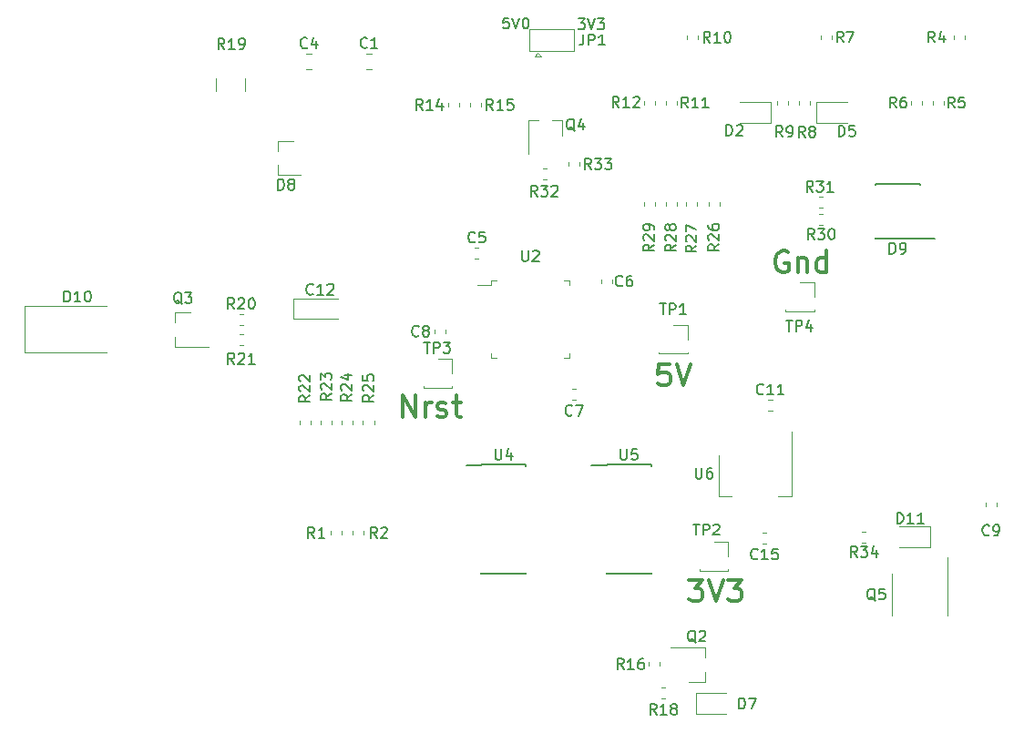
<source format=gbr>
%TF.GenerationSoftware,KiCad,Pcbnew,5.1.10*%
%TF.CreationDate,2021-10-03T17:58:42+03:00*%
%TF.ProjectId,stm32,73746d33-322e-46b6-9963-61645f706362,rev?*%
%TF.SameCoordinates,Original*%
%TF.FileFunction,Legend,Top*%
%TF.FilePolarity,Positive*%
%FSLAX46Y46*%
G04 Gerber Fmt 4.6, Leading zero omitted, Abs format (unit mm)*
G04 Created by KiCad (PCBNEW 5.1.10) date 2021-10-03 17:58:42*
%MOMM*%
%LPD*%
G01*
G04 APERTURE LIST*
%ADD10C,0.300000*%
%ADD11C,0.150000*%
%ADD12C,0.120000*%
G04 APERTURE END LIST*
D10*
X124269809Y-121993161D02*
X125507904Y-121993161D01*
X124841238Y-122755066D01*
X125126952Y-122755066D01*
X125317428Y-122850304D01*
X125412666Y-122945542D01*
X125507904Y-123136019D01*
X125507904Y-123612209D01*
X125412666Y-123802685D01*
X125317428Y-123897923D01*
X125126952Y-123993161D01*
X124555523Y-123993161D01*
X124365047Y-123897923D01*
X124269809Y-123802685D01*
X126079333Y-121993161D02*
X126746000Y-123993161D01*
X127412666Y-121993161D01*
X127888857Y-121993161D02*
X129126952Y-121993161D01*
X128460285Y-122755066D01*
X128746000Y-122755066D01*
X128936476Y-122850304D01*
X129031714Y-122945542D01*
X129126952Y-123136019D01*
X129126952Y-123612209D01*
X129031714Y-123802685D01*
X128936476Y-123897923D01*
X128746000Y-123993161D01*
X128174571Y-123993161D01*
X127984095Y-123897923D01*
X127888857Y-123802685D01*
X97656971Y-106873561D02*
X97656971Y-104873561D01*
X98799828Y-106873561D01*
X98799828Y-104873561D01*
X99752209Y-106873561D02*
X99752209Y-105540228D01*
X99752209Y-105921180D02*
X99847447Y-105730704D01*
X99942685Y-105635466D01*
X100133161Y-105540228D01*
X100323638Y-105540228D01*
X100895066Y-106778323D02*
X101085542Y-106873561D01*
X101466495Y-106873561D01*
X101656971Y-106778323D01*
X101752209Y-106587847D01*
X101752209Y-106492609D01*
X101656971Y-106302133D01*
X101466495Y-106206895D01*
X101180780Y-106206895D01*
X100990304Y-106111657D01*
X100895066Y-105921180D01*
X100895066Y-105825942D01*
X100990304Y-105635466D01*
X101180780Y-105540228D01*
X101466495Y-105540228D01*
X101656971Y-105635466D01*
X102323638Y-105540228D02*
X103085542Y-105540228D01*
X102609352Y-104873561D02*
X102609352Y-106587847D01*
X102704590Y-106778323D01*
X102895066Y-106873561D01*
X103085542Y-106873561D01*
X133435885Y-91506800D02*
X133245409Y-91411561D01*
X132959695Y-91411561D01*
X132673980Y-91506800D01*
X132483504Y-91697276D01*
X132388266Y-91887752D01*
X132293028Y-92268704D01*
X132293028Y-92554419D01*
X132388266Y-92935371D01*
X132483504Y-93125847D01*
X132673980Y-93316323D01*
X132959695Y-93411561D01*
X133150171Y-93411561D01*
X133435885Y-93316323D01*
X133531123Y-93221085D01*
X133531123Y-92554419D01*
X133150171Y-92554419D01*
X134388266Y-92078228D02*
X134388266Y-93411561D01*
X134388266Y-92268704D02*
X134483504Y-92173466D01*
X134673980Y-92078228D01*
X134959695Y-92078228D01*
X135150171Y-92173466D01*
X135245409Y-92363942D01*
X135245409Y-93411561D01*
X137054933Y-93411561D02*
X137054933Y-91411561D01*
X137054933Y-93316323D02*
X136864457Y-93411561D01*
X136483504Y-93411561D01*
X136293028Y-93316323D01*
X136197790Y-93221085D01*
X136102552Y-93030609D01*
X136102552Y-92459180D01*
X136197790Y-92268704D01*
X136293028Y-92173466D01*
X136483504Y-92078228D01*
X136864457Y-92078228D01*
X137054933Y-92173466D01*
X122428047Y-101927161D02*
X121475666Y-101927161D01*
X121380428Y-102879542D01*
X121475666Y-102784304D01*
X121666142Y-102689066D01*
X122142333Y-102689066D01*
X122332809Y-102784304D01*
X122428047Y-102879542D01*
X122523285Y-103070019D01*
X122523285Y-103546209D01*
X122428047Y-103736685D01*
X122332809Y-103831923D01*
X122142333Y-103927161D01*
X121666142Y-103927161D01*
X121475666Y-103831923D01*
X121380428Y-103736685D01*
X123094714Y-101927161D02*
X123761380Y-103927161D01*
X124428047Y-101927161D01*
D11*
X107511933Y-69759580D02*
X107035742Y-69759580D01*
X106988123Y-70235771D01*
X107035742Y-70188152D01*
X107130980Y-70140533D01*
X107369076Y-70140533D01*
X107464314Y-70188152D01*
X107511933Y-70235771D01*
X107559552Y-70331009D01*
X107559552Y-70569104D01*
X107511933Y-70664342D01*
X107464314Y-70711961D01*
X107369076Y-70759580D01*
X107130980Y-70759580D01*
X107035742Y-70711961D01*
X106988123Y-70664342D01*
X107845266Y-69759580D02*
X108178600Y-70759580D01*
X108511933Y-69759580D01*
X109035742Y-69759580D02*
X109130980Y-69759580D01*
X109226219Y-69807200D01*
X109273838Y-69854819D01*
X109321457Y-69950057D01*
X109369076Y-70140533D01*
X109369076Y-70378628D01*
X109321457Y-70569104D01*
X109273838Y-70664342D01*
X109226219Y-70711961D01*
X109130980Y-70759580D01*
X109035742Y-70759580D01*
X108940504Y-70711961D01*
X108892885Y-70664342D01*
X108845266Y-70569104D01*
X108797647Y-70378628D01*
X108797647Y-70140533D01*
X108845266Y-69950057D01*
X108892885Y-69854819D01*
X108940504Y-69807200D01*
X109035742Y-69759580D01*
X113950904Y-69810380D02*
X114569952Y-69810380D01*
X114236619Y-70191333D01*
X114379476Y-70191333D01*
X114474714Y-70238952D01*
X114522333Y-70286571D01*
X114569952Y-70381809D01*
X114569952Y-70619904D01*
X114522333Y-70715142D01*
X114474714Y-70762761D01*
X114379476Y-70810380D01*
X114093761Y-70810380D01*
X113998523Y-70762761D01*
X113950904Y-70715142D01*
X114855666Y-69810380D02*
X115189000Y-70810380D01*
X115522333Y-69810380D01*
X115760428Y-69810380D02*
X116379476Y-69810380D01*
X116046142Y-70191333D01*
X116189000Y-70191333D01*
X116284238Y-70238952D01*
X116331857Y-70286571D01*
X116379476Y-70381809D01*
X116379476Y-70619904D01*
X116331857Y-70715142D01*
X116284238Y-70762761D01*
X116189000Y-70810380D01*
X115903285Y-70810380D01*
X115808047Y-70762761D01*
X115760428Y-70715142D01*
%TO.C,U5*%
X116586200Y-111307800D02*
X116586200Y-111332800D01*
X120736200Y-111307800D02*
X120736200Y-111412800D01*
X120736200Y-121457800D02*
X120736200Y-121352800D01*
X116586200Y-121457800D02*
X116586200Y-121352800D01*
X116586200Y-111307800D02*
X120736200Y-111307800D01*
X116586200Y-121457800D02*
X120736200Y-121457800D01*
X116586200Y-111332800D02*
X115211200Y-111332800D01*
D12*
%TO.C,C1*%
X94235748Y-73127800D02*
X94758252Y-73127800D01*
X94235748Y-74547800D02*
X94758252Y-74547800D01*
%TO.C,C5*%
X104706267Y-91082400D02*
X104363733Y-91082400D01*
X104706267Y-92102400D02*
X104363733Y-92102400D01*
%TO.C,C6*%
X116076000Y-94419267D02*
X116076000Y-94076733D01*
X117096000Y-94419267D02*
X117096000Y-94076733D01*
%TO.C,C7*%
X113380733Y-105285000D02*
X113723267Y-105285000D01*
X113380733Y-104265000D02*
X113723267Y-104265000D01*
%TO.C,C4*%
X88673148Y-74547800D02*
X89195652Y-74547800D01*
X88673148Y-73127800D02*
X89195652Y-73127800D01*
%TO.C,C8*%
X101602000Y-98775733D02*
X101602000Y-99118267D01*
X100582000Y-98775733D02*
X100582000Y-99118267D01*
%TO.C,C9*%
X152833800Y-114800533D02*
X152833800Y-115143067D01*
X151813800Y-114800533D02*
X151813800Y-115143067D01*
%TO.C,C11*%
X131643333Y-106275600D02*
X131985867Y-106275600D01*
X131643333Y-105255600D02*
X131985867Y-105255600D01*
%TO.C,C12*%
X87522300Y-97759800D02*
X91607300Y-97759800D01*
X87522300Y-95889800D02*
X87522300Y-97759800D01*
X91607300Y-95889800D02*
X87522300Y-95889800D01*
%TO.C,C15*%
X131109933Y-118670800D02*
X131452467Y-118670800D01*
X131109933Y-117650800D02*
X131452467Y-117650800D01*
%TO.C,D10*%
X62557200Y-96554400D02*
X70107200Y-96554400D01*
X62557200Y-100854400D02*
X70107200Y-100854400D01*
X62557200Y-96554400D02*
X62557200Y-100854400D01*
D11*
%TO.C,D9*%
X145712000Y-90256600D02*
X147112000Y-90256600D01*
X145712000Y-85156600D02*
X141562000Y-85156600D01*
X145712000Y-90306600D02*
X141562000Y-90306600D01*
X145712000Y-85156600D02*
X145712000Y-85301600D01*
X141562000Y-85156600D02*
X141562000Y-85301600D01*
X141562000Y-90306600D02*
X141562000Y-90161600D01*
X145712000Y-90306600D02*
X145712000Y-90256600D01*
D12*
%TO.C,D11*%
X146681800Y-117048400D02*
X143821800Y-117048400D01*
X146681800Y-118968400D02*
X146681800Y-117048400D01*
X143821800Y-118968400D02*
X146681800Y-118968400D01*
%TO.C,Q5*%
X148254400Y-123383600D02*
X148254400Y-119933600D01*
X148254400Y-123383600D02*
X148254400Y-125333600D01*
X143134400Y-123383600D02*
X143134400Y-121433600D01*
X143134400Y-123383600D02*
X143134400Y-125333600D01*
%TO.C,R2*%
X94007400Y-117822767D02*
X94007400Y-117480233D01*
X92987400Y-117822767D02*
X92987400Y-117480233D01*
%TO.C,R14*%
X102922800Y-77691133D02*
X102922800Y-78033667D01*
X101902800Y-77691133D02*
X101902800Y-78033667D01*
%TO.C,R15*%
X103909400Y-77691133D02*
X103909400Y-78033667D01*
X104929400Y-77691133D02*
X104929400Y-78033667D01*
%TO.C,R20*%
X82466333Y-97280000D02*
X82808867Y-97280000D01*
X82466333Y-98300000D02*
X82808867Y-98300000D01*
%TO.C,R21*%
X82466333Y-100205000D02*
X82808867Y-100205000D01*
X82466333Y-99185000D02*
X82808867Y-99185000D01*
%TO.C,R30*%
X136710267Y-87958200D02*
X136367733Y-87958200D01*
X136710267Y-88978200D02*
X136367733Y-88978200D01*
%TO.C,R31*%
X136710267Y-86358000D02*
X136367733Y-86358000D01*
X136710267Y-87378000D02*
X136367733Y-87378000D01*
%TO.C,R19*%
X83046400Y-76559164D02*
X83046400Y-75355036D01*
X80326400Y-76559164D02*
X80326400Y-75355036D01*
%TO.C,R1*%
X90980800Y-117822767D02*
X90980800Y-117480233D01*
X92000800Y-117822767D02*
X92000800Y-117480233D01*
%TO.C,R34*%
X140695467Y-118518400D02*
X140352933Y-118518400D01*
X140695467Y-117498400D02*
X140352933Y-117498400D01*
%TO.C,R16*%
X121502900Y-129672233D02*
X121502900Y-130014767D01*
X120482900Y-129672233D02*
X120482900Y-130014767D01*
%TO.C,R18*%
X121699233Y-132039900D02*
X122041767Y-132039900D01*
X121699233Y-133059900D02*
X122041767Y-133059900D01*
%TO.C,TP1*%
X121479000Y-100974200D02*
X124139000Y-100974200D01*
X121479000Y-100854200D02*
X121479000Y-100974200D01*
X124139000Y-100854200D02*
X124139000Y-100974200D01*
X124139000Y-98314200D02*
X124139000Y-99644200D01*
X122809000Y-98314200D02*
X124139000Y-98314200D01*
%TO.C,TP2*%
X126568200Y-118481800D02*
X127898200Y-118481800D01*
X127898200Y-118481800D02*
X127898200Y-119811800D01*
X127898200Y-121021800D02*
X127898200Y-121141800D01*
X125238200Y-121021800D02*
X125238200Y-121141800D01*
X125238200Y-121141800D02*
X127898200Y-121141800D01*
D11*
%TO.C,U4*%
X104953000Y-111332800D02*
X103578000Y-111332800D01*
X104953000Y-121457800D02*
X109103000Y-121457800D01*
X104953000Y-111307800D02*
X109103000Y-111307800D01*
X104953000Y-121457800D02*
X104953000Y-121352800D01*
X109103000Y-121457800D02*
X109103000Y-121352800D01*
X109103000Y-111307800D02*
X109103000Y-111412800D01*
X104953000Y-111307800D02*
X104953000Y-111332800D01*
D12*
%TO.C,U2*%
X105892500Y-94634000D02*
X104602500Y-94634000D01*
X105892500Y-94184000D02*
X105892500Y-94634000D01*
X106342500Y-94184000D02*
X105892500Y-94184000D01*
X113112500Y-94184000D02*
X113112500Y-94634000D01*
X112662500Y-94184000D02*
X113112500Y-94184000D01*
X105892500Y-101404000D02*
X105892500Y-100954000D01*
X106342500Y-101404000D02*
X105892500Y-101404000D01*
X113112500Y-101404000D02*
X113112500Y-100954000D01*
X112662500Y-101404000D02*
X113112500Y-101404000D01*
%TO.C,R4*%
X149912800Y-71419933D02*
X149912800Y-71762467D01*
X148892800Y-71419933D02*
X148892800Y-71762467D01*
%TO.C,R5*%
X147944300Y-77830467D02*
X147944300Y-77487933D01*
X146924300Y-77830467D02*
X146924300Y-77487933D01*
%TO.C,R6*%
X144879600Y-77830467D02*
X144879600Y-77487933D01*
X145899600Y-77830467D02*
X145899600Y-77487933D01*
%TO.C,R7*%
X137543000Y-71419933D02*
X137543000Y-71762467D01*
X136523000Y-71419933D02*
X136523000Y-71762467D01*
%TO.C,R8*%
X135511000Y-77830467D02*
X135511000Y-77487933D01*
X134491000Y-77830467D02*
X134491000Y-77487933D01*
%TO.C,R9*%
X132484400Y-77830467D02*
X132484400Y-77487933D01*
X133504400Y-77830467D02*
X133504400Y-77487933D01*
%TO.C,R10*%
X124077000Y-71419933D02*
X124077000Y-71762467D01*
X125097000Y-71419933D02*
X125097000Y-71762467D01*
%TO.C,R11*%
X122095800Y-77830467D02*
X122095800Y-77487933D01*
X123115800Y-77830467D02*
X123115800Y-77487933D01*
%TO.C,R12*%
X121083800Y-77830467D02*
X121083800Y-77487933D01*
X120063800Y-77830467D02*
X120063800Y-77487933D01*
%TO.C,R22*%
X89068500Y-107589367D02*
X89068500Y-107246833D01*
X88048500Y-107589367D02*
X88048500Y-107246833D01*
%TO.C,R23*%
X91024300Y-107589367D02*
X91024300Y-107246833D01*
X90004300Y-107589367D02*
X90004300Y-107246833D01*
%TO.C,R24*%
X93005500Y-107589367D02*
X93005500Y-107246833D01*
X91985500Y-107589367D02*
X91985500Y-107246833D01*
%TO.C,R25*%
X93966700Y-107589367D02*
X93966700Y-107246833D01*
X94986700Y-107589367D02*
X94986700Y-107246833D01*
%TO.C,R26*%
X127078200Y-87241167D02*
X127078200Y-86898633D01*
X126058200Y-87241167D02*
X126058200Y-86898633D01*
%TO.C,R27*%
X123988100Y-87241167D02*
X123988100Y-86898633D01*
X125008100Y-87241167D02*
X125008100Y-86898633D01*
%TO.C,R28*%
X123103100Y-87241167D02*
X123103100Y-86898633D01*
X122083100Y-87241167D02*
X122083100Y-86898633D01*
%TO.C,R29*%
X120063800Y-87241167D02*
X120063800Y-86898633D01*
X121083800Y-87241167D02*
X121083800Y-86898633D01*
%TO.C,R32*%
X110660333Y-83741800D02*
X111002867Y-83741800D01*
X110660333Y-84761800D02*
X111002867Y-84761800D01*
%TO.C,R33*%
X113053400Y-83545467D02*
X113053400Y-83202933D01*
X114073400Y-83545467D02*
X114073400Y-83202933D01*
%TO.C,TP3*%
X99584200Y-104123800D02*
X102244200Y-104123800D01*
X99584200Y-104003800D02*
X99584200Y-104123800D01*
X102244200Y-104003800D02*
X102244200Y-104123800D01*
X102244200Y-101463800D02*
X102244200Y-102793800D01*
X100914200Y-101463800D02*
X102244200Y-101463800D01*
%TO.C,TP4*%
X134569200Y-94377200D02*
X135899200Y-94377200D01*
X135899200Y-94377200D02*
X135899200Y-95707200D01*
X135899200Y-96917200D02*
X135899200Y-97037200D01*
X133239200Y-96917200D02*
X133239200Y-97037200D01*
X133239200Y-97037200D02*
X135899200Y-97037200D01*
%TO.C,D8*%
X86041200Y-81224000D02*
X86041200Y-82154000D01*
X86041200Y-84384000D02*
X86041200Y-83454000D01*
X86041200Y-84384000D02*
X88201200Y-84384000D01*
X86041200Y-81224000D02*
X87501200Y-81224000D01*
%TO.C,Q2*%
X125739300Y-131488300D02*
X125739300Y-130558300D01*
X125739300Y-128328300D02*
X125739300Y-129258300D01*
X125739300Y-128328300D02*
X122579300Y-128328300D01*
X125739300Y-131488300D02*
X124279300Y-131488300D01*
%TO.C,Q3*%
X76480000Y-97165000D02*
X76480000Y-98095000D01*
X76480000Y-100325000D02*
X76480000Y-99395000D01*
X76480000Y-100325000D02*
X79640000Y-100325000D01*
X76480000Y-97165000D02*
X77940000Y-97165000D01*
%TO.C,Q4*%
X112476400Y-79276800D02*
X112476400Y-80736800D01*
X109316400Y-79276800D02*
X109316400Y-82436800D01*
X109316400Y-79276800D02*
X110246400Y-79276800D01*
X112476400Y-79276800D02*
X111546400Y-79276800D01*
%TO.C,U6*%
X126993600Y-114203000D02*
X128253600Y-114203000D01*
X133813600Y-114203000D02*
X132553600Y-114203000D01*
X126993600Y-110443000D02*
X126993600Y-114203000D01*
X133813600Y-108193000D02*
X133813600Y-114203000D01*
%TO.C,D7*%
X127737000Y-132517000D02*
X124877000Y-132517000D01*
X124877000Y-132517000D02*
X124877000Y-134437000D01*
X124877000Y-134437000D02*
X127737000Y-134437000D01*
%TO.C,JP1*%
X109456000Y-70831200D02*
X113556000Y-70831200D01*
X113556000Y-70831200D02*
X113556000Y-72831200D01*
X113556000Y-72831200D02*
X109456000Y-72831200D01*
X109456000Y-72831200D02*
X109456000Y-70831200D01*
X110206000Y-73031200D02*
X109906000Y-73331200D01*
X109906000Y-73331200D02*
X110506000Y-73331200D01*
X110206000Y-73031200D02*
X110506000Y-73331200D01*
%TO.C,D2*%
X131866200Y-77576800D02*
X129006200Y-77576800D01*
X131866200Y-79496800D02*
X131866200Y-77576800D01*
X129006200Y-79496800D02*
X131866200Y-79496800D01*
%TO.C,D5*%
X138963800Y-77576800D02*
X136103800Y-77576800D01*
X136103800Y-77576800D02*
X136103800Y-79496800D01*
X136103800Y-79496800D02*
X138963800Y-79496800D01*
%TO.C,U5*%
D11*
X117899295Y-109835180D02*
X117899295Y-110644704D01*
X117946914Y-110739942D01*
X117994533Y-110787561D01*
X118089771Y-110835180D01*
X118280247Y-110835180D01*
X118375485Y-110787561D01*
X118423104Y-110739942D01*
X118470723Y-110644704D01*
X118470723Y-109835180D01*
X119423104Y-109835180D02*
X118946914Y-109835180D01*
X118899295Y-110311371D01*
X118946914Y-110263752D01*
X119042152Y-110216133D01*
X119280247Y-110216133D01*
X119375485Y-110263752D01*
X119423104Y-110311371D01*
X119470723Y-110406609D01*
X119470723Y-110644704D01*
X119423104Y-110739942D01*
X119375485Y-110787561D01*
X119280247Y-110835180D01*
X119042152Y-110835180D01*
X118946914Y-110787561D01*
X118899295Y-110739942D01*
%TO.C,C1*%
X94346733Y-72467742D02*
X94299114Y-72515361D01*
X94156257Y-72562980D01*
X94061019Y-72562980D01*
X93918161Y-72515361D01*
X93822923Y-72420123D01*
X93775304Y-72324885D01*
X93727685Y-72134409D01*
X93727685Y-71991552D01*
X93775304Y-71801076D01*
X93822923Y-71705838D01*
X93918161Y-71610600D01*
X94061019Y-71562980D01*
X94156257Y-71562980D01*
X94299114Y-71610600D01*
X94346733Y-71658219D01*
X95299114Y-72562980D02*
X94727685Y-72562980D01*
X95013400Y-72562980D02*
X95013400Y-71562980D01*
X94918161Y-71705838D01*
X94822923Y-71801076D01*
X94727685Y-71848695D01*
%TO.C,C5*%
X104368333Y-90552542D02*
X104320714Y-90600161D01*
X104177857Y-90647780D01*
X104082619Y-90647780D01*
X103939761Y-90600161D01*
X103844523Y-90504923D01*
X103796904Y-90409685D01*
X103749285Y-90219209D01*
X103749285Y-90076352D01*
X103796904Y-89885876D01*
X103844523Y-89790638D01*
X103939761Y-89695400D01*
X104082619Y-89647780D01*
X104177857Y-89647780D01*
X104320714Y-89695400D01*
X104368333Y-89743019D01*
X105273095Y-89647780D02*
X104796904Y-89647780D01*
X104749285Y-90123971D01*
X104796904Y-90076352D01*
X104892142Y-90028733D01*
X105130238Y-90028733D01*
X105225476Y-90076352D01*
X105273095Y-90123971D01*
X105320714Y-90219209D01*
X105320714Y-90457304D01*
X105273095Y-90552542D01*
X105225476Y-90600161D01*
X105130238Y-90647780D01*
X104892142Y-90647780D01*
X104796904Y-90600161D01*
X104749285Y-90552542D01*
%TO.C,C6*%
X118070333Y-94619142D02*
X118022714Y-94666761D01*
X117879857Y-94714380D01*
X117784619Y-94714380D01*
X117641761Y-94666761D01*
X117546523Y-94571523D01*
X117498904Y-94476285D01*
X117451285Y-94285809D01*
X117451285Y-94142952D01*
X117498904Y-93952476D01*
X117546523Y-93857238D01*
X117641761Y-93762000D01*
X117784619Y-93714380D01*
X117879857Y-93714380D01*
X118022714Y-93762000D01*
X118070333Y-93809619D01*
X118927476Y-93714380D02*
X118737000Y-93714380D01*
X118641761Y-93762000D01*
X118594142Y-93809619D01*
X118498904Y-93952476D01*
X118451285Y-94142952D01*
X118451285Y-94523904D01*
X118498904Y-94619142D01*
X118546523Y-94666761D01*
X118641761Y-94714380D01*
X118832238Y-94714380D01*
X118927476Y-94666761D01*
X118975095Y-94619142D01*
X119022714Y-94523904D01*
X119022714Y-94285809D01*
X118975095Y-94190571D01*
X118927476Y-94142952D01*
X118832238Y-94095333D01*
X118641761Y-94095333D01*
X118546523Y-94142952D01*
X118498904Y-94190571D01*
X118451285Y-94285809D01*
%TO.C,C7*%
X113385333Y-106656142D02*
X113337714Y-106703761D01*
X113194857Y-106751380D01*
X113099619Y-106751380D01*
X112956761Y-106703761D01*
X112861523Y-106608523D01*
X112813904Y-106513285D01*
X112766285Y-106322809D01*
X112766285Y-106179952D01*
X112813904Y-105989476D01*
X112861523Y-105894238D01*
X112956761Y-105799000D01*
X113099619Y-105751380D01*
X113194857Y-105751380D01*
X113337714Y-105799000D01*
X113385333Y-105846619D01*
X113718666Y-105751380D02*
X114385333Y-105751380D01*
X113956761Y-106751380D01*
%TO.C,C4*%
X88767733Y-72493142D02*
X88720114Y-72540761D01*
X88577257Y-72588380D01*
X88482019Y-72588380D01*
X88339161Y-72540761D01*
X88243923Y-72445523D01*
X88196304Y-72350285D01*
X88148685Y-72159809D01*
X88148685Y-72016952D01*
X88196304Y-71826476D01*
X88243923Y-71731238D01*
X88339161Y-71636000D01*
X88482019Y-71588380D01*
X88577257Y-71588380D01*
X88720114Y-71636000D01*
X88767733Y-71683619D01*
X89624876Y-71921714D02*
X89624876Y-72588380D01*
X89386780Y-71540761D02*
X89148685Y-72255047D01*
X89767733Y-72255047D01*
%TO.C,C8*%
X99147333Y-99290142D02*
X99099714Y-99337761D01*
X98956857Y-99385380D01*
X98861619Y-99385380D01*
X98718761Y-99337761D01*
X98623523Y-99242523D01*
X98575904Y-99147285D01*
X98528285Y-98956809D01*
X98528285Y-98813952D01*
X98575904Y-98623476D01*
X98623523Y-98528238D01*
X98718761Y-98433000D01*
X98861619Y-98385380D01*
X98956857Y-98385380D01*
X99099714Y-98433000D01*
X99147333Y-98480619D01*
X99718761Y-98813952D02*
X99623523Y-98766333D01*
X99575904Y-98718714D01*
X99528285Y-98623476D01*
X99528285Y-98575857D01*
X99575904Y-98480619D01*
X99623523Y-98433000D01*
X99718761Y-98385380D01*
X99909238Y-98385380D01*
X100004476Y-98433000D01*
X100052095Y-98480619D01*
X100099714Y-98575857D01*
X100099714Y-98623476D01*
X100052095Y-98718714D01*
X100004476Y-98766333D01*
X99909238Y-98813952D01*
X99718761Y-98813952D01*
X99623523Y-98861571D01*
X99575904Y-98909190D01*
X99528285Y-99004428D01*
X99528285Y-99194904D01*
X99575904Y-99290142D01*
X99623523Y-99337761D01*
X99718761Y-99385380D01*
X99909238Y-99385380D01*
X100004476Y-99337761D01*
X100052095Y-99290142D01*
X100099714Y-99194904D01*
X100099714Y-99004428D01*
X100052095Y-98909190D01*
X100004476Y-98861571D01*
X99909238Y-98813952D01*
%TO.C,C9*%
X152157133Y-117806742D02*
X152109514Y-117854361D01*
X151966657Y-117901980D01*
X151871419Y-117901980D01*
X151728561Y-117854361D01*
X151633323Y-117759123D01*
X151585704Y-117663885D01*
X151538085Y-117473409D01*
X151538085Y-117330552D01*
X151585704Y-117140076D01*
X151633323Y-117044838D01*
X151728561Y-116949600D01*
X151871419Y-116901980D01*
X151966657Y-116901980D01*
X152109514Y-116949600D01*
X152157133Y-116997219D01*
X152633323Y-117901980D02*
X152823800Y-117901980D01*
X152919038Y-117854361D01*
X152966657Y-117806742D01*
X153061895Y-117663885D01*
X153109514Y-117473409D01*
X153109514Y-117092457D01*
X153061895Y-116997219D01*
X153014276Y-116949600D01*
X152919038Y-116901980D01*
X152728561Y-116901980D01*
X152633323Y-116949600D01*
X152585704Y-116997219D01*
X152538085Y-117092457D01*
X152538085Y-117330552D01*
X152585704Y-117425790D01*
X152633323Y-117473409D01*
X152728561Y-117521028D01*
X152919038Y-117521028D01*
X153014276Y-117473409D01*
X153061895Y-117425790D01*
X153109514Y-117330552D01*
%TO.C,C11*%
X131171742Y-104692742D02*
X131124123Y-104740361D01*
X130981266Y-104787980D01*
X130886028Y-104787980D01*
X130743171Y-104740361D01*
X130647933Y-104645123D01*
X130600314Y-104549885D01*
X130552695Y-104359409D01*
X130552695Y-104216552D01*
X130600314Y-104026076D01*
X130647933Y-103930838D01*
X130743171Y-103835600D01*
X130886028Y-103787980D01*
X130981266Y-103787980D01*
X131124123Y-103835600D01*
X131171742Y-103883219D01*
X132124123Y-104787980D02*
X131552695Y-104787980D01*
X131838409Y-104787980D02*
X131838409Y-103787980D01*
X131743171Y-103930838D01*
X131647933Y-104026076D01*
X131552695Y-104073695D01*
X133076504Y-104787980D02*
X132505076Y-104787980D01*
X132790790Y-104787980D02*
X132790790Y-103787980D01*
X132695552Y-103930838D01*
X132600314Y-104026076D01*
X132505076Y-104073695D01*
%TO.C,C12*%
X89323942Y-95403942D02*
X89276323Y-95451561D01*
X89133466Y-95499180D01*
X89038228Y-95499180D01*
X88895371Y-95451561D01*
X88800133Y-95356323D01*
X88752514Y-95261085D01*
X88704895Y-95070609D01*
X88704895Y-94927752D01*
X88752514Y-94737276D01*
X88800133Y-94642038D01*
X88895371Y-94546800D01*
X89038228Y-94499180D01*
X89133466Y-94499180D01*
X89276323Y-94546800D01*
X89323942Y-94594419D01*
X90276323Y-95499180D02*
X89704895Y-95499180D01*
X89990609Y-95499180D02*
X89990609Y-94499180D01*
X89895371Y-94642038D01*
X89800133Y-94737276D01*
X89704895Y-94784895D01*
X90657276Y-94594419D02*
X90704895Y-94546800D01*
X90800133Y-94499180D01*
X91038228Y-94499180D01*
X91133466Y-94546800D01*
X91181085Y-94594419D01*
X91228704Y-94689657D01*
X91228704Y-94784895D01*
X91181085Y-94927752D01*
X90609657Y-95499180D01*
X91228704Y-95499180D01*
%TO.C,C15*%
X130638342Y-120016542D02*
X130590723Y-120064161D01*
X130447866Y-120111780D01*
X130352628Y-120111780D01*
X130209771Y-120064161D01*
X130114533Y-119968923D01*
X130066914Y-119873685D01*
X130019295Y-119683209D01*
X130019295Y-119540352D01*
X130066914Y-119349876D01*
X130114533Y-119254638D01*
X130209771Y-119159400D01*
X130352628Y-119111780D01*
X130447866Y-119111780D01*
X130590723Y-119159400D01*
X130638342Y-119207019D01*
X131590723Y-120111780D02*
X131019295Y-120111780D01*
X131305009Y-120111780D02*
X131305009Y-119111780D01*
X131209771Y-119254638D01*
X131114533Y-119349876D01*
X131019295Y-119397495D01*
X132495485Y-119111780D02*
X132019295Y-119111780D01*
X131971676Y-119587971D01*
X132019295Y-119540352D01*
X132114533Y-119492733D01*
X132352628Y-119492733D01*
X132447866Y-119540352D01*
X132495485Y-119587971D01*
X132543104Y-119683209D01*
X132543104Y-119921304D01*
X132495485Y-120016542D01*
X132447866Y-120064161D01*
X132352628Y-120111780D01*
X132114533Y-120111780D01*
X132019295Y-120064161D01*
X131971676Y-120016542D01*
%TO.C,D10*%
X66192914Y-96156780D02*
X66192914Y-95156780D01*
X66431009Y-95156780D01*
X66573866Y-95204400D01*
X66669104Y-95299638D01*
X66716723Y-95394876D01*
X66764342Y-95585352D01*
X66764342Y-95728209D01*
X66716723Y-95918685D01*
X66669104Y-96013923D01*
X66573866Y-96109161D01*
X66431009Y-96156780D01*
X66192914Y-96156780D01*
X67716723Y-96156780D02*
X67145295Y-96156780D01*
X67431009Y-96156780D02*
X67431009Y-95156780D01*
X67335771Y-95299638D01*
X67240533Y-95394876D01*
X67145295Y-95442495D01*
X68335771Y-95156780D02*
X68431009Y-95156780D01*
X68526247Y-95204400D01*
X68573866Y-95252019D01*
X68621485Y-95347257D01*
X68669104Y-95537733D01*
X68669104Y-95775828D01*
X68621485Y-95966304D01*
X68573866Y-96061542D01*
X68526247Y-96109161D01*
X68431009Y-96156780D01*
X68335771Y-96156780D01*
X68240533Y-96109161D01*
X68192914Y-96061542D01*
X68145295Y-95966304D01*
X68097676Y-95775828D01*
X68097676Y-95537733D01*
X68145295Y-95347257D01*
X68192914Y-95252019D01*
X68240533Y-95204400D01*
X68335771Y-95156780D01*
%TO.C,D9*%
X142898904Y-91683980D02*
X142898904Y-90683980D01*
X143137000Y-90683980D01*
X143279857Y-90731600D01*
X143375095Y-90826838D01*
X143422714Y-90922076D01*
X143470333Y-91112552D01*
X143470333Y-91255409D01*
X143422714Y-91445885D01*
X143375095Y-91541123D01*
X143279857Y-91636361D01*
X143137000Y-91683980D01*
X142898904Y-91683980D01*
X143946523Y-91683980D02*
X144137000Y-91683980D01*
X144232238Y-91636361D01*
X144279857Y-91588742D01*
X144375095Y-91445885D01*
X144422714Y-91255409D01*
X144422714Y-90874457D01*
X144375095Y-90779219D01*
X144327476Y-90731600D01*
X144232238Y-90683980D01*
X144041761Y-90683980D01*
X143946523Y-90731600D01*
X143898904Y-90779219D01*
X143851285Y-90874457D01*
X143851285Y-91112552D01*
X143898904Y-91207790D01*
X143946523Y-91255409D01*
X144041761Y-91303028D01*
X144232238Y-91303028D01*
X144327476Y-91255409D01*
X144375095Y-91207790D01*
X144422714Y-91112552D01*
%TO.C,D11*%
X143607514Y-116758980D02*
X143607514Y-115758980D01*
X143845609Y-115758980D01*
X143988466Y-115806600D01*
X144083704Y-115901838D01*
X144131323Y-115997076D01*
X144178942Y-116187552D01*
X144178942Y-116330409D01*
X144131323Y-116520885D01*
X144083704Y-116616123D01*
X143988466Y-116711361D01*
X143845609Y-116758980D01*
X143607514Y-116758980D01*
X145131323Y-116758980D02*
X144559895Y-116758980D01*
X144845609Y-116758980D02*
X144845609Y-115758980D01*
X144750371Y-115901838D01*
X144655133Y-115997076D01*
X144559895Y-116044695D01*
X146083704Y-116758980D02*
X145512276Y-116758980D01*
X145797990Y-116758980D02*
X145797990Y-115758980D01*
X145702752Y-115901838D01*
X145607514Y-115997076D01*
X145512276Y-116044695D01*
%TO.C,Q5*%
X141585961Y-123940819D02*
X141490723Y-123893200D01*
X141395485Y-123797961D01*
X141252628Y-123655104D01*
X141157390Y-123607485D01*
X141062152Y-123607485D01*
X141109771Y-123845580D02*
X141014533Y-123797961D01*
X140919295Y-123702723D01*
X140871676Y-123512247D01*
X140871676Y-123178914D01*
X140919295Y-122988438D01*
X141014533Y-122893200D01*
X141109771Y-122845580D01*
X141300247Y-122845580D01*
X141395485Y-122893200D01*
X141490723Y-122988438D01*
X141538342Y-123178914D01*
X141538342Y-123512247D01*
X141490723Y-123702723D01*
X141395485Y-123797961D01*
X141300247Y-123845580D01*
X141109771Y-123845580D01*
X142443104Y-122845580D02*
X141966914Y-122845580D01*
X141919295Y-123321771D01*
X141966914Y-123274152D01*
X142062152Y-123226533D01*
X142300247Y-123226533D01*
X142395485Y-123274152D01*
X142443104Y-123321771D01*
X142490723Y-123417009D01*
X142490723Y-123655104D01*
X142443104Y-123750342D01*
X142395485Y-123797961D01*
X142300247Y-123845580D01*
X142062152Y-123845580D01*
X141966914Y-123797961D01*
X141919295Y-123750342D01*
%TO.C,R2*%
X95261133Y-118117880D02*
X94927800Y-117641690D01*
X94689704Y-118117880D02*
X94689704Y-117117880D01*
X95070657Y-117117880D01*
X95165895Y-117165500D01*
X95213514Y-117213119D01*
X95261133Y-117308357D01*
X95261133Y-117451214D01*
X95213514Y-117546452D01*
X95165895Y-117594071D01*
X95070657Y-117641690D01*
X94689704Y-117641690D01*
X95642085Y-117213119D02*
X95689704Y-117165500D01*
X95784942Y-117117880D01*
X96023038Y-117117880D01*
X96118276Y-117165500D01*
X96165895Y-117213119D01*
X96213514Y-117308357D01*
X96213514Y-117403595D01*
X96165895Y-117546452D01*
X95594466Y-118117880D01*
X96213514Y-118117880D01*
%TO.C,R14*%
X99483942Y-78314780D02*
X99150609Y-77838590D01*
X98912514Y-78314780D02*
X98912514Y-77314780D01*
X99293466Y-77314780D01*
X99388704Y-77362400D01*
X99436323Y-77410019D01*
X99483942Y-77505257D01*
X99483942Y-77648114D01*
X99436323Y-77743352D01*
X99388704Y-77790971D01*
X99293466Y-77838590D01*
X98912514Y-77838590D01*
X100436323Y-78314780D02*
X99864895Y-78314780D01*
X100150609Y-78314780D02*
X100150609Y-77314780D01*
X100055371Y-77457638D01*
X99960133Y-77552876D01*
X99864895Y-77600495D01*
X101293466Y-77648114D02*
X101293466Y-78314780D01*
X101055371Y-77267161D02*
X100817276Y-77981447D01*
X101436323Y-77981447D01*
%TO.C,R15*%
X106037142Y-78314780D02*
X105703809Y-77838590D01*
X105465714Y-78314780D02*
X105465714Y-77314780D01*
X105846666Y-77314780D01*
X105941904Y-77362400D01*
X105989523Y-77410019D01*
X106037142Y-77505257D01*
X106037142Y-77648114D01*
X105989523Y-77743352D01*
X105941904Y-77790971D01*
X105846666Y-77838590D01*
X105465714Y-77838590D01*
X106989523Y-78314780D02*
X106418095Y-78314780D01*
X106703809Y-78314780D02*
X106703809Y-77314780D01*
X106608571Y-77457638D01*
X106513333Y-77552876D01*
X106418095Y-77600495D01*
X107894285Y-77314780D02*
X107418095Y-77314780D01*
X107370476Y-77790971D01*
X107418095Y-77743352D01*
X107513333Y-77695733D01*
X107751428Y-77695733D01*
X107846666Y-77743352D01*
X107894285Y-77790971D01*
X107941904Y-77886209D01*
X107941904Y-78124304D01*
X107894285Y-78219542D01*
X107846666Y-78267161D01*
X107751428Y-78314780D01*
X107513333Y-78314780D01*
X107418095Y-78267161D01*
X107370476Y-78219542D01*
%TO.C,R20*%
X81994742Y-96812380D02*
X81661409Y-96336190D01*
X81423314Y-96812380D02*
X81423314Y-95812380D01*
X81804266Y-95812380D01*
X81899504Y-95860000D01*
X81947123Y-95907619D01*
X81994742Y-96002857D01*
X81994742Y-96145714D01*
X81947123Y-96240952D01*
X81899504Y-96288571D01*
X81804266Y-96336190D01*
X81423314Y-96336190D01*
X82375695Y-95907619D02*
X82423314Y-95860000D01*
X82518552Y-95812380D01*
X82756647Y-95812380D01*
X82851885Y-95860000D01*
X82899504Y-95907619D01*
X82947123Y-96002857D01*
X82947123Y-96098095D01*
X82899504Y-96240952D01*
X82328076Y-96812380D01*
X82947123Y-96812380D01*
X83566171Y-95812380D02*
X83661409Y-95812380D01*
X83756647Y-95860000D01*
X83804266Y-95907619D01*
X83851885Y-96002857D01*
X83899504Y-96193333D01*
X83899504Y-96431428D01*
X83851885Y-96621904D01*
X83804266Y-96717142D01*
X83756647Y-96764761D01*
X83661409Y-96812380D01*
X83566171Y-96812380D01*
X83470933Y-96764761D01*
X83423314Y-96717142D01*
X83375695Y-96621904D01*
X83328076Y-96431428D01*
X83328076Y-96193333D01*
X83375695Y-96002857D01*
X83423314Y-95907619D01*
X83470933Y-95860000D01*
X83566171Y-95812380D01*
%TO.C,R21*%
X81994742Y-101925380D02*
X81661409Y-101449190D01*
X81423314Y-101925380D02*
X81423314Y-100925380D01*
X81804266Y-100925380D01*
X81899504Y-100973000D01*
X81947123Y-101020619D01*
X81994742Y-101115857D01*
X81994742Y-101258714D01*
X81947123Y-101353952D01*
X81899504Y-101401571D01*
X81804266Y-101449190D01*
X81423314Y-101449190D01*
X82375695Y-101020619D02*
X82423314Y-100973000D01*
X82518552Y-100925380D01*
X82756647Y-100925380D01*
X82851885Y-100973000D01*
X82899504Y-101020619D01*
X82947123Y-101115857D01*
X82947123Y-101211095D01*
X82899504Y-101353952D01*
X82328076Y-101925380D01*
X82947123Y-101925380D01*
X83899504Y-101925380D02*
X83328076Y-101925380D01*
X83613790Y-101925380D02*
X83613790Y-100925380D01*
X83518552Y-101068238D01*
X83423314Y-101163476D01*
X83328076Y-101211095D01*
%TO.C,R30*%
X135896142Y-90350580D02*
X135562809Y-89874390D01*
X135324714Y-90350580D02*
X135324714Y-89350580D01*
X135705666Y-89350580D01*
X135800904Y-89398200D01*
X135848523Y-89445819D01*
X135896142Y-89541057D01*
X135896142Y-89683914D01*
X135848523Y-89779152D01*
X135800904Y-89826771D01*
X135705666Y-89874390D01*
X135324714Y-89874390D01*
X136229476Y-89350580D02*
X136848523Y-89350580D01*
X136515190Y-89731533D01*
X136658047Y-89731533D01*
X136753285Y-89779152D01*
X136800904Y-89826771D01*
X136848523Y-89922009D01*
X136848523Y-90160104D01*
X136800904Y-90255342D01*
X136753285Y-90302961D01*
X136658047Y-90350580D01*
X136372333Y-90350580D01*
X136277095Y-90302961D01*
X136229476Y-90255342D01*
X137467571Y-89350580D02*
X137562809Y-89350580D01*
X137658047Y-89398200D01*
X137705666Y-89445819D01*
X137753285Y-89541057D01*
X137800904Y-89731533D01*
X137800904Y-89969628D01*
X137753285Y-90160104D01*
X137705666Y-90255342D01*
X137658047Y-90302961D01*
X137562809Y-90350580D01*
X137467571Y-90350580D01*
X137372333Y-90302961D01*
X137324714Y-90255342D01*
X137277095Y-90160104D01*
X137229476Y-89969628D01*
X137229476Y-89731533D01*
X137277095Y-89541057D01*
X137324714Y-89445819D01*
X137372333Y-89398200D01*
X137467571Y-89350580D01*
%TO.C,R31*%
X135783142Y-85923380D02*
X135449809Y-85447190D01*
X135211714Y-85923380D02*
X135211714Y-84923380D01*
X135592666Y-84923380D01*
X135687904Y-84971000D01*
X135735523Y-85018619D01*
X135783142Y-85113857D01*
X135783142Y-85256714D01*
X135735523Y-85351952D01*
X135687904Y-85399571D01*
X135592666Y-85447190D01*
X135211714Y-85447190D01*
X136116476Y-84923380D02*
X136735523Y-84923380D01*
X136402190Y-85304333D01*
X136545047Y-85304333D01*
X136640285Y-85351952D01*
X136687904Y-85399571D01*
X136735523Y-85494809D01*
X136735523Y-85732904D01*
X136687904Y-85828142D01*
X136640285Y-85875761D01*
X136545047Y-85923380D01*
X136259333Y-85923380D01*
X136164095Y-85875761D01*
X136116476Y-85828142D01*
X137687904Y-85923380D02*
X137116476Y-85923380D01*
X137402190Y-85923380D02*
X137402190Y-84923380D01*
X137306952Y-85066238D01*
X137211714Y-85161476D01*
X137116476Y-85209095D01*
%TO.C,R19*%
X81094342Y-72664580D02*
X80761009Y-72188390D01*
X80522914Y-72664580D02*
X80522914Y-71664580D01*
X80903866Y-71664580D01*
X80999104Y-71712200D01*
X81046723Y-71759819D01*
X81094342Y-71855057D01*
X81094342Y-71997914D01*
X81046723Y-72093152D01*
X80999104Y-72140771D01*
X80903866Y-72188390D01*
X80522914Y-72188390D01*
X82046723Y-72664580D02*
X81475295Y-72664580D01*
X81761009Y-72664580D02*
X81761009Y-71664580D01*
X81665771Y-71807438D01*
X81570533Y-71902676D01*
X81475295Y-71950295D01*
X82522914Y-72664580D02*
X82713390Y-72664580D01*
X82808628Y-72616961D01*
X82856247Y-72569342D01*
X82951485Y-72426485D01*
X82999104Y-72236009D01*
X82999104Y-71855057D01*
X82951485Y-71759819D01*
X82903866Y-71712200D01*
X82808628Y-71664580D01*
X82618152Y-71664580D01*
X82522914Y-71712200D01*
X82475295Y-71759819D01*
X82427676Y-71855057D01*
X82427676Y-72093152D01*
X82475295Y-72188390D01*
X82522914Y-72236009D01*
X82618152Y-72283628D01*
X82808628Y-72283628D01*
X82903866Y-72236009D01*
X82951485Y-72188390D01*
X82999104Y-72093152D01*
%TO.C,R1*%
X89444533Y-118117880D02*
X89111200Y-117641690D01*
X88873104Y-118117880D02*
X88873104Y-117117880D01*
X89254057Y-117117880D01*
X89349295Y-117165500D01*
X89396914Y-117213119D01*
X89444533Y-117308357D01*
X89444533Y-117451214D01*
X89396914Y-117546452D01*
X89349295Y-117594071D01*
X89254057Y-117641690D01*
X88873104Y-117641690D01*
X90396914Y-118117880D02*
X89825485Y-118117880D01*
X90111200Y-118117880D02*
X90111200Y-117117880D01*
X90015961Y-117260738D01*
X89920723Y-117355976D01*
X89825485Y-117403595D01*
%TO.C,R34*%
X139881342Y-119890780D02*
X139548009Y-119414590D01*
X139309914Y-119890780D02*
X139309914Y-118890780D01*
X139690866Y-118890780D01*
X139786104Y-118938400D01*
X139833723Y-118986019D01*
X139881342Y-119081257D01*
X139881342Y-119224114D01*
X139833723Y-119319352D01*
X139786104Y-119366971D01*
X139690866Y-119414590D01*
X139309914Y-119414590D01*
X140214676Y-118890780D02*
X140833723Y-118890780D01*
X140500390Y-119271733D01*
X140643247Y-119271733D01*
X140738485Y-119319352D01*
X140786104Y-119366971D01*
X140833723Y-119462209D01*
X140833723Y-119700304D01*
X140786104Y-119795542D01*
X140738485Y-119843161D01*
X140643247Y-119890780D01*
X140357533Y-119890780D01*
X140262295Y-119843161D01*
X140214676Y-119795542D01*
X141690866Y-119224114D02*
X141690866Y-119890780D01*
X141452771Y-118843161D02*
X141214676Y-119557447D01*
X141833723Y-119557447D01*
%TO.C,R16*%
X118191042Y-130321280D02*
X117857709Y-129845090D01*
X117619614Y-130321280D02*
X117619614Y-129321280D01*
X118000566Y-129321280D01*
X118095804Y-129368900D01*
X118143423Y-129416519D01*
X118191042Y-129511757D01*
X118191042Y-129654614D01*
X118143423Y-129749852D01*
X118095804Y-129797471D01*
X118000566Y-129845090D01*
X117619614Y-129845090D01*
X119143423Y-130321280D02*
X118571995Y-130321280D01*
X118857709Y-130321280D02*
X118857709Y-129321280D01*
X118762471Y-129464138D01*
X118667233Y-129559376D01*
X118571995Y-129606995D01*
X120000566Y-129321280D02*
X119810090Y-129321280D01*
X119714852Y-129368900D01*
X119667233Y-129416519D01*
X119571995Y-129559376D01*
X119524376Y-129749852D01*
X119524376Y-130130804D01*
X119571995Y-130226042D01*
X119619614Y-130273661D01*
X119714852Y-130321280D01*
X119905328Y-130321280D01*
X120000566Y-130273661D01*
X120048185Y-130226042D01*
X120095804Y-130130804D01*
X120095804Y-129892709D01*
X120048185Y-129797471D01*
X120000566Y-129749852D01*
X119905328Y-129702233D01*
X119714852Y-129702233D01*
X119619614Y-129749852D01*
X119571995Y-129797471D01*
X119524376Y-129892709D01*
%TO.C,R18*%
X121239042Y-134551680D02*
X120905709Y-134075490D01*
X120667614Y-134551680D02*
X120667614Y-133551680D01*
X121048566Y-133551680D01*
X121143804Y-133599300D01*
X121191423Y-133646919D01*
X121239042Y-133742157D01*
X121239042Y-133885014D01*
X121191423Y-133980252D01*
X121143804Y-134027871D01*
X121048566Y-134075490D01*
X120667614Y-134075490D01*
X122191423Y-134551680D02*
X121619995Y-134551680D01*
X121905709Y-134551680D02*
X121905709Y-133551680D01*
X121810471Y-133694538D01*
X121715233Y-133789776D01*
X121619995Y-133837395D01*
X122762852Y-133980252D02*
X122667614Y-133932633D01*
X122619995Y-133885014D01*
X122572376Y-133789776D01*
X122572376Y-133742157D01*
X122619995Y-133646919D01*
X122667614Y-133599300D01*
X122762852Y-133551680D01*
X122953328Y-133551680D01*
X123048566Y-133599300D01*
X123096185Y-133646919D01*
X123143804Y-133742157D01*
X123143804Y-133789776D01*
X123096185Y-133885014D01*
X123048566Y-133932633D01*
X122953328Y-133980252D01*
X122762852Y-133980252D01*
X122667614Y-134027871D01*
X122619995Y-134075490D01*
X122572376Y-134170728D01*
X122572376Y-134361204D01*
X122619995Y-134456442D01*
X122667614Y-134504061D01*
X122762852Y-134551680D01*
X122953328Y-134551680D01*
X123048566Y-134504061D01*
X123096185Y-134456442D01*
X123143804Y-134361204D01*
X123143804Y-134170728D01*
X123096185Y-134075490D01*
X123048566Y-134027871D01*
X122953328Y-133980252D01*
%TO.C,TP1*%
X121547095Y-96326580D02*
X122118523Y-96326580D01*
X121832809Y-97326580D02*
X121832809Y-96326580D01*
X122451857Y-97326580D02*
X122451857Y-96326580D01*
X122832809Y-96326580D01*
X122928047Y-96374200D01*
X122975666Y-96421819D01*
X123023285Y-96517057D01*
X123023285Y-96659914D01*
X122975666Y-96755152D01*
X122928047Y-96802771D01*
X122832809Y-96850390D01*
X122451857Y-96850390D01*
X123975666Y-97326580D02*
X123404238Y-97326580D01*
X123689952Y-97326580D02*
X123689952Y-96326580D01*
X123594714Y-96469438D01*
X123499476Y-96564676D01*
X123404238Y-96612295D01*
%TO.C,TP2*%
X124671295Y-116825780D02*
X125242723Y-116825780D01*
X124957009Y-117825780D02*
X124957009Y-116825780D01*
X125576057Y-117825780D02*
X125576057Y-116825780D01*
X125957009Y-116825780D01*
X126052247Y-116873400D01*
X126099866Y-116921019D01*
X126147485Y-117016257D01*
X126147485Y-117159114D01*
X126099866Y-117254352D01*
X126052247Y-117301971D01*
X125957009Y-117349590D01*
X125576057Y-117349590D01*
X126528438Y-116921019D02*
X126576057Y-116873400D01*
X126671295Y-116825780D01*
X126909390Y-116825780D01*
X127004628Y-116873400D01*
X127052247Y-116921019D01*
X127099866Y-117016257D01*
X127099866Y-117111495D01*
X127052247Y-117254352D01*
X126480819Y-117825780D01*
X127099866Y-117825780D01*
%TO.C,U4*%
X106266095Y-109835180D02*
X106266095Y-110644704D01*
X106313714Y-110739942D01*
X106361333Y-110787561D01*
X106456571Y-110835180D01*
X106647047Y-110835180D01*
X106742285Y-110787561D01*
X106789904Y-110739942D01*
X106837523Y-110644704D01*
X106837523Y-109835180D01*
X107742285Y-110168514D02*
X107742285Y-110835180D01*
X107504190Y-109787561D02*
X107266095Y-110501847D01*
X107885142Y-110501847D01*
%TO.C,U2*%
X108740595Y-91396380D02*
X108740595Y-92205904D01*
X108788214Y-92301142D01*
X108835833Y-92348761D01*
X108931071Y-92396380D01*
X109121547Y-92396380D01*
X109216785Y-92348761D01*
X109264404Y-92301142D01*
X109312023Y-92205904D01*
X109312023Y-91396380D01*
X109740595Y-91491619D02*
X109788214Y-91444000D01*
X109883452Y-91396380D01*
X110121547Y-91396380D01*
X110216785Y-91444000D01*
X110264404Y-91491619D01*
X110312023Y-91586857D01*
X110312023Y-91682095D01*
X110264404Y-91824952D01*
X109692976Y-92396380D01*
X110312023Y-92396380D01*
%TO.C,R4*%
X147102533Y-72029580D02*
X146769200Y-71553390D01*
X146531104Y-72029580D02*
X146531104Y-71029580D01*
X146912057Y-71029580D01*
X147007295Y-71077200D01*
X147054914Y-71124819D01*
X147102533Y-71220057D01*
X147102533Y-71362914D01*
X147054914Y-71458152D01*
X147007295Y-71505771D01*
X146912057Y-71553390D01*
X146531104Y-71553390D01*
X147959676Y-71362914D02*
X147959676Y-72029580D01*
X147721580Y-70981961D02*
X147483485Y-71696247D01*
X148102533Y-71696247D01*
%TO.C,R5*%
X148918633Y-78125580D02*
X148585300Y-77649390D01*
X148347204Y-78125580D02*
X148347204Y-77125580D01*
X148728157Y-77125580D01*
X148823395Y-77173200D01*
X148871014Y-77220819D01*
X148918633Y-77316057D01*
X148918633Y-77458914D01*
X148871014Y-77554152D01*
X148823395Y-77601771D01*
X148728157Y-77649390D01*
X148347204Y-77649390D01*
X149823395Y-77125580D02*
X149347204Y-77125580D01*
X149299585Y-77601771D01*
X149347204Y-77554152D01*
X149442442Y-77506533D01*
X149680538Y-77506533D01*
X149775776Y-77554152D01*
X149823395Y-77601771D01*
X149871014Y-77697009D01*
X149871014Y-77935104D01*
X149823395Y-78030342D01*
X149775776Y-78077961D01*
X149680538Y-78125580D01*
X149442442Y-78125580D01*
X149347204Y-78077961D01*
X149299585Y-78030342D01*
%TO.C,R6*%
X143508433Y-78112880D02*
X143175100Y-77636690D01*
X142937004Y-78112880D02*
X142937004Y-77112880D01*
X143317957Y-77112880D01*
X143413195Y-77160500D01*
X143460814Y-77208119D01*
X143508433Y-77303357D01*
X143508433Y-77446214D01*
X143460814Y-77541452D01*
X143413195Y-77589071D01*
X143317957Y-77636690D01*
X142937004Y-77636690D01*
X144365576Y-77112880D02*
X144175100Y-77112880D01*
X144079861Y-77160500D01*
X144032242Y-77208119D01*
X143937004Y-77350976D01*
X143889385Y-77541452D01*
X143889385Y-77922404D01*
X143937004Y-78017642D01*
X143984623Y-78065261D01*
X144079861Y-78112880D01*
X144270338Y-78112880D01*
X144365576Y-78065261D01*
X144413195Y-78017642D01*
X144460814Y-77922404D01*
X144460814Y-77684309D01*
X144413195Y-77589071D01*
X144365576Y-77541452D01*
X144270338Y-77493833D01*
X144079861Y-77493833D01*
X143984623Y-77541452D01*
X143937004Y-77589071D01*
X143889385Y-77684309D01*
%TO.C,R7*%
X138593533Y-72029580D02*
X138260200Y-71553390D01*
X138022104Y-72029580D02*
X138022104Y-71029580D01*
X138403057Y-71029580D01*
X138498295Y-71077200D01*
X138545914Y-71124819D01*
X138593533Y-71220057D01*
X138593533Y-71362914D01*
X138545914Y-71458152D01*
X138498295Y-71505771D01*
X138403057Y-71553390D01*
X138022104Y-71553390D01*
X138926866Y-71029580D02*
X139593533Y-71029580D01*
X139164961Y-72029580D01*
%TO.C,R8*%
X135037533Y-80843380D02*
X134704200Y-80367190D01*
X134466104Y-80843380D02*
X134466104Y-79843380D01*
X134847057Y-79843380D01*
X134942295Y-79891000D01*
X134989914Y-79938619D01*
X135037533Y-80033857D01*
X135037533Y-80176714D01*
X134989914Y-80271952D01*
X134942295Y-80319571D01*
X134847057Y-80367190D01*
X134466104Y-80367190D01*
X135608961Y-80271952D02*
X135513723Y-80224333D01*
X135466104Y-80176714D01*
X135418485Y-80081476D01*
X135418485Y-80033857D01*
X135466104Y-79938619D01*
X135513723Y-79891000D01*
X135608961Y-79843380D01*
X135799438Y-79843380D01*
X135894676Y-79891000D01*
X135942295Y-79938619D01*
X135989914Y-80033857D01*
X135989914Y-80081476D01*
X135942295Y-80176714D01*
X135894676Y-80224333D01*
X135799438Y-80271952D01*
X135608961Y-80271952D01*
X135513723Y-80319571D01*
X135466104Y-80367190D01*
X135418485Y-80462428D01*
X135418485Y-80652904D01*
X135466104Y-80748142D01*
X135513723Y-80795761D01*
X135608961Y-80843380D01*
X135799438Y-80843380D01*
X135894676Y-80795761D01*
X135942295Y-80748142D01*
X135989914Y-80652904D01*
X135989914Y-80462428D01*
X135942295Y-80367190D01*
X135894676Y-80319571D01*
X135799438Y-80271952D01*
%TO.C,R9*%
X132954733Y-80817980D02*
X132621400Y-80341790D01*
X132383304Y-80817980D02*
X132383304Y-79817980D01*
X132764257Y-79817980D01*
X132859495Y-79865600D01*
X132907114Y-79913219D01*
X132954733Y-80008457D01*
X132954733Y-80151314D01*
X132907114Y-80246552D01*
X132859495Y-80294171D01*
X132764257Y-80341790D01*
X132383304Y-80341790D01*
X133430923Y-80817980D02*
X133621400Y-80817980D01*
X133716638Y-80770361D01*
X133764257Y-80722742D01*
X133859495Y-80579885D01*
X133907114Y-80389409D01*
X133907114Y-80008457D01*
X133859495Y-79913219D01*
X133811876Y-79865600D01*
X133716638Y-79817980D01*
X133526161Y-79817980D01*
X133430923Y-79865600D01*
X133383304Y-79913219D01*
X133335685Y-80008457D01*
X133335685Y-80246552D01*
X133383304Y-80341790D01*
X133430923Y-80389409D01*
X133526161Y-80437028D01*
X133716638Y-80437028D01*
X133811876Y-80389409D01*
X133859495Y-80341790D01*
X133907114Y-80246552D01*
%TO.C,R10*%
X126217442Y-72043580D02*
X125884109Y-71567390D01*
X125646014Y-72043580D02*
X125646014Y-71043580D01*
X126026966Y-71043580D01*
X126122204Y-71091200D01*
X126169823Y-71138819D01*
X126217442Y-71234057D01*
X126217442Y-71376914D01*
X126169823Y-71472152D01*
X126122204Y-71519771D01*
X126026966Y-71567390D01*
X125646014Y-71567390D01*
X127169823Y-72043580D02*
X126598395Y-72043580D01*
X126884109Y-72043580D02*
X126884109Y-71043580D01*
X126788871Y-71186438D01*
X126693633Y-71281676D01*
X126598395Y-71329295D01*
X127788871Y-71043580D02*
X127884109Y-71043580D01*
X127979347Y-71091200D01*
X128026966Y-71138819D01*
X128074585Y-71234057D01*
X128122204Y-71424533D01*
X128122204Y-71662628D01*
X128074585Y-71853104D01*
X128026966Y-71948342D01*
X127979347Y-71995961D01*
X127884109Y-72043580D01*
X127788871Y-72043580D01*
X127693633Y-71995961D01*
X127646014Y-71948342D01*
X127598395Y-71853104D01*
X127550776Y-71662628D01*
X127550776Y-71424533D01*
X127598395Y-71234057D01*
X127646014Y-71138819D01*
X127693633Y-71091200D01*
X127788871Y-71043580D01*
%TO.C,R11*%
X124172742Y-78124280D02*
X123839409Y-77648090D01*
X123601314Y-78124280D02*
X123601314Y-77124280D01*
X123982266Y-77124280D01*
X124077504Y-77171900D01*
X124125123Y-77219519D01*
X124172742Y-77314757D01*
X124172742Y-77457614D01*
X124125123Y-77552852D01*
X124077504Y-77600471D01*
X123982266Y-77648090D01*
X123601314Y-77648090D01*
X125125123Y-78124280D02*
X124553695Y-78124280D01*
X124839409Y-78124280D02*
X124839409Y-77124280D01*
X124744171Y-77267138D01*
X124648933Y-77362376D01*
X124553695Y-77409995D01*
X126077504Y-78124280D02*
X125506076Y-78124280D01*
X125791790Y-78124280D02*
X125791790Y-77124280D01*
X125696552Y-77267138D01*
X125601314Y-77362376D01*
X125506076Y-77409995D01*
%TO.C,R12*%
X117746542Y-78073480D02*
X117413209Y-77597290D01*
X117175114Y-78073480D02*
X117175114Y-77073480D01*
X117556066Y-77073480D01*
X117651304Y-77121100D01*
X117698923Y-77168719D01*
X117746542Y-77263957D01*
X117746542Y-77406814D01*
X117698923Y-77502052D01*
X117651304Y-77549671D01*
X117556066Y-77597290D01*
X117175114Y-77597290D01*
X118698923Y-78073480D02*
X118127495Y-78073480D01*
X118413209Y-78073480D02*
X118413209Y-77073480D01*
X118317971Y-77216338D01*
X118222733Y-77311576D01*
X118127495Y-77359195D01*
X119079876Y-77168719D02*
X119127495Y-77121100D01*
X119222733Y-77073480D01*
X119460828Y-77073480D01*
X119556066Y-77121100D01*
X119603685Y-77168719D01*
X119651304Y-77263957D01*
X119651304Y-77359195D01*
X119603685Y-77502052D01*
X119032257Y-78073480D01*
X119651304Y-78073480D01*
%TO.C,R22*%
X89036280Y-104874557D02*
X88560090Y-105207890D01*
X89036280Y-105445985D02*
X88036280Y-105445985D01*
X88036280Y-105065033D01*
X88083900Y-104969795D01*
X88131519Y-104922176D01*
X88226757Y-104874557D01*
X88369614Y-104874557D01*
X88464852Y-104922176D01*
X88512471Y-104969795D01*
X88560090Y-105065033D01*
X88560090Y-105445985D01*
X88131519Y-104493604D02*
X88083900Y-104445985D01*
X88036280Y-104350747D01*
X88036280Y-104112652D01*
X88083900Y-104017414D01*
X88131519Y-103969795D01*
X88226757Y-103922176D01*
X88321995Y-103922176D01*
X88464852Y-103969795D01*
X89036280Y-104541223D01*
X89036280Y-103922176D01*
X88131519Y-103541223D02*
X88083900Y-103493604D01*
X88036280Y-103398366D01*
X88036280Y-103160271D01*
X88083900Y-103065033D01*
X88131519Y-103017414D01*
X88226757Y-102969795D01*
X88321995Y-102969795D01*
X88464852Y-103017414D01*
X89036280Y-103588842D01*
X89036280Y-102969795D01*
%TO.C,R23*%
X91042880Y-104696757D02*
X90566690Y-105030090D01*
X91042880Y-105268185D02*
X90042880Y-105268185D01*
X90042880Y-104887233D01*
X90090500Y-104791995D01*
X90138119Y-104744376D01*
X90233357Y-104696757D01*
X90376214Y-104696757D01*
X90471452Y-104744376D01*
X90519071Y-104791995D01*
X90566690Y-104887233D01*
X90566690Y-105268185D01*
X90138119Y-104315804D02*
X90090500Y-104268185D01*
X90042880Y-104172947D01*
X90042880Y-103934852D01*
X90090500Y-103839614D01*
X90138119Y-103791995D01*
X90233357Y-103744376D01*
X90328595Y-103744376D01*
X90471452Y-103791995D01*
X91042880Y-104363423D01*
X91042880Y-103744376D01*
X90042880Y-103411042D02*
X90042880Y-102791995D01*
X90423833Y-103125328D01*
X90423833Y-102982471D01*
X90471452Y-102887233D01*
X90519071Y-102839614D01*
X90614309Y-102791995D01*
X90852404Y-102791995D01*
X90947642Y-102839614D01*
X90995261Y-102887233D01*
X91042880Y-102982471D01*
X91042880Y-103268185D01*
X90995261Y-103363423D01*
X90947642Y-103411042D01*
%TO.C,R24*%
X92922480Y-104758957D02*
X92446290Y-105092290D01*
X92922480Y-105330385D02*
X91922480Y-105330385D01*
X91922480Y-104949433D01*
X91970100Y-104854195D01*
X92017719Y-104806576D01*
X92112957Y-104758957D01*
X92255814Y-104758957D01*
X92351052Y-104806576D01*
X92398671Y-104854195D01*
X92446290Y-104949433D01*
X92446290Y-105330385D01*
X92017719Y-104378004D02*
X91970100Y-104330385D01*
X91922480Y-104235147D01*
X91922480Y-103997052D01*
X91970100Y-103901814D01*
X92017719Y-103854195D01*
X92112957Y-103806576D01*
X92208195Y-103806576D01*
X92351052Y-103854195D01*
X92922480Y-104425623D01*
X92922480Y-103806576D01*
X92255814Y-102949433D02*
X92922480Y-102949433D01*
X91874861Y-103187528D02*
X92589147Y-103425623D01*
X92589147Y-102806576D01*
%TO.C,R25*%
X94954480Y-104823757D02*
X94478290Y-105157090D01*
X94954480Y-105395185D02*
X93954480Y-105395185D01*
X93954480Y-105014233D01*
X94002100Y-104918995D01*
X94049719Y-104871376D01*
X94144957Y-104823757D01*
X94287814Y-104823757D01*
X94383052Y-104871376D01*
X94430671Y-104918995D01*
X94478290Y-105014233D01*
X94478290Y-105395185D01*
X94049719Y-104442804D02*
X94002100Y-104395185D01*
X93954480Y-104299947D01*
X93954480Y-104061852D01*
X94002100Y-103966614D01*
X94049719Y-103918995D01*
X94144957Y-103871376D01*
X94240195Y-103871376D01*
X94383052Y-103918995D01*
X94954480Y-104490423D01*
X94954480Y-103871376D01*
X93954480Y-102966614D02*
X93954480Y-103442804D01*
X94430671Y-103490423D01*
X94383052Y-103442804D01*
X94335433Y-103347566D01*
X94335433Y-103109471D01*
X94383052Y-103014233D01*
X94430671Y-102966614D01*
X94525909Y-102918995D01*
X94764004Y-102918995D01*
X94859242Y-102966614D01*
X94906861Y-103014233D01*
X94954480Y-103109471D01*
X94954480Y-103347566D01*
X94906861Y-103442804D01*
X94859242Y-103490423D01*
%TO.C,R26*%
X127045980Y-90810257D02*
X126569790Y-91143590D01*
X127045980Y-91381685D02*
X126045980Y-91381685D01*
X126045980Y-91000733D01*
X126093600Y-90905495D01*
X126141219Y-90857876D01*
X126236457Y-90810257D01*
X126379314Y-90810257D01*
X126474552Y-90857876D01*
X126522171Y-90905495D01*
X126569790Y-91000733D01*
X126569790Y-91381685D01*
X126141219Y-90429304D02*
X126093600Y-90381685D01*
X126045980Y-90286447D01*
X126045980Y-90048352D01*
X126093600Y-89953114D01*
X126141219Y-89905495D01*
X126236457Y-89857876D01*
X126331695Y-89857876D01*
X126474552Y-89905495D01*
X127045980Y-90476923D01*
X127045980Y-89857876D01*
X126045980Y-89000733D02*
X126045980Y-89191209D01*
X126093600Y-89286447D01*
X126141219Y-89334066D01*
X126284076Y-89429304D01*
X126474552Y-89476923D01*
X126855504Y-89476923D01*
X126950742Y-89429304D01*
X126998361Y-89381685D01*
X127045980Y-89286447D01*
X127045980Y-89095971D01*
X126998361Y-89000733D01*
X126950742Y-88953114D01*
X126855504Y-88905495D01*
X126617409Y-88905495D01*
X126522171Y-88953114D01*
X126474552Y-89000733D01*
X126426933Y-89095971D01*
X126426933Y-89286447D01*
X126474552Y-89381685D01*
X126522171Y-89429304D01*
X126617409Y-89476923D01*
%TO.C,R27*%
X124950480Y-90927157D02*
X124474290Y-91260490D01*
X124950480Y-91498585D02*
X123950480Y-91498585D01*
X123950480Y-91117633D01*
X123998100Y-91022395D01*
X124045719Y-90974776D01*
X124140957Y-90927157D01*
X124283814Y-90927157D01*
X124379052Y-90974776D01*
X124426671Y-91022395D01*
X124474290Y-91117633D01*
X124474290Y-91498585D01*
X124045719Y-90546204D02*
X123998100Y-90498585D01*
X123950480Y-90403347D01*
X123950480Y-90165252D01*
X123998100Y-90070014D01*
X124045719Y-90022395D01*
X124140957Y-89974776D01*
X124236195Y-89974776D01*
X124379052Y-90022395D01*
X124950480Y-90593823D01*
X124950480Y-89974776D01*
X123950480Y-89641442D02*
X123950480Y-88974776D01*
X124950480Y-89403347D01*
%TO.C,R28*%
X123045480Y-90848357D02*
X122569290Y-91181690D01*
X123045480Y-91419785D02*
X122045480Y-91419785D01*
X122045480Y-91038833D01*
X122093100Y-90943595D01*
X122140719Y-90895976D01*
X122235957Y-90848357D01*
X122378814Y-90848357D01*
X122474052Y-90895976D01*
X122521671Y-90943595D01*
X122569290Y-91038833D01*
X122569290Y-91419785D01*
X122140719Y-90467404D02*
X122093100Y-90419785D01*
X122045480Y-90324547D01*
X122045480Y-90086452D01*
X122093100Y-89991214D01*
X122140719Y-89943595D01*
X122235957Y-89895976D01*
X122331195Y-89895976D01*
X122474052Y-89943595D01*
X123045480Y-90515023D01*
X123045480Y-89895976D01*
X122474052Y-89324547D02*
X122426433Y-89419785D01*
X122378814Y-89467404D01*
X122283576Y-89515023D01*
X122235957Y-89515023D01*
X122140719Y-89467404D01*
X122093100Y-89419785D01*
X122045480Y-89324547D01*
X122045480Y-89134071D01*
X122093100Y-89038833D01*
X122140719Y-88991214D01*
X122235957Y-88943595D01*
X122283576Y-88943595D01*
X122378814Y-88991214D01*
X122426433Y-89038833D01*
X122474052Y-89134071D01*
X122474052Y-89324547D01*
X122521671Y-89419785D01*
X122569290Y-89467404D01*
X122664528Y-89515023D01*
X122855004Y-89515023D01*
X122950242Y-89467404D01*
X122997861Y-89419785D01*
X123045480Y-89324547D01*
X123045480Y-89134071D01*
X122997861Y-89038833D01*
X122950242Y-88991214D01*
X122855004Y-88943595D01*
X122664528Y-88943595D01*
X122569290Y-88991214D01*
X122521671Y-89038833D01*
X122474052Y-89134071D01*
%TO.C,R29*%
X121013480Y-90835657D02*
X120537290Y-91168990D01*
X121013480Y-91407085D02*
X120013480Y-91407085D01*
X120013480Y-91026133D01*
X120061100Y-90930895D01*
X120108719Y-90883276D01*
X120203957Y-90835657D01*
X120346814Y-90835657D01*
X120442052Y-90883276D01*
X120489671Y-90930895D01*
X120537290Y-91026133D01*
X120537290Y-91407085D01*
X120108719Y-90454704D02*
X120061100Y-90407085D01*
X120013480Y-90311847D01*
X120013480Y-90073752D01*
X120061100Y-89978514D01*
X120108719Y-89930895D01*
X120203957Y-89883276D01*
X120299195Y-89883276D01*
X120442052Y-89930895D01*
X121013480Y-90502323D01*
X121013480Y-89883276D01*
X121013480Y-89407085D02*
X121013480Y-89216609D01*
X120965861Y-89121371D01*
X120918242Y-89073752D01*
X120775385Y-88978514D01*
X120584909Y-88930895D01*
X120203957Y-88930895D01*
X120108719Y-88978514D01*
X120061100Y-89026133D01*
X120013480Y-89121371D01*
X120013480Y-89311847D01*
X120061100Y-89407085D01*
X120108719Y-89454704D01*
X120203957Y-89502323D01*
X120442052Y-89502323D01*
X120537290Y-89454704D01*
X120584909Y-89407085D01*
X120632528Y-89311847D01*
X120632528Y-89121371D01*
X120584909Y-89026133D01*
X120537290Y-88978514D01*
X120442052Y-88930895D01*
%TO.C,R32*%
X110151942Y-86355180D02*
X109818609Y-85878990D01*
X109580514Y-86355180D02*
X109580514Y-85355180D01*
X109961466Y-85355180D01*
X110056704Y-85402800D01*
X110104323Y-85450419D01*
X110151942Y-85545657D01*
X110151942Y-85688514D01*
X110104323Y-85783752D01*
X110056704Y-85831371D01*
X109961466Y-85878990D01*
X109580514Y-85878990D01*
X110485276Y-85355180D02*
X111104323Y-85355180D01*
X110770990Y-85736133D01*
X110913847Y-85736133D01*
X111009085Y-85783752D01*
X111056704Y-85831371D01*
X111104323Y-85926609D01*
X111104323Y-86164704D01*
X111056704Y-86259942D01*
X111009085Y-86307561D01*
X110913847Y-86355180D01*
X110628133Y-86355180D01*
X110532895Y-86307561D01*
X110485276Y-86259942D01*
X111485276Y-85450419D02*
X111532895Y-85402800D01*
X111628133Y-85355180D01*
X111866228Y-85355180D01*
X111961466Y-85402800D01*
X112009085Y-85450419D01*
X112056704Y-85545657D01*
X112056704Y-85640895D01*
X112009085Y-85783752D01*
X111437657Y-86355180D01*
X112056704Y-86355180D01*
%TO.C,R33*%
X115155742Y-83826580D02*
X114822409Y-83350390D01*
X114584314Y-83826580D02*
X114584314Y-82826580D01*
X114965266Y-82826580D01*
X115060504Y-82874200D01*
X115108123Y-82921819D01*
X115155742Y-83017057D01*
X115155742Y-83159914D01*
X115108123Y-83255152D01*
X115060504Y-83302771D01*
X114965266Y-83350390D01*
X114584314Y-83350390D01*
X115489076Y-82826580D02*
X116108123Y-82826580D01*
X115774790Y-83207533D01*
X115917647Y-83207533D01*
X116012885Y-83255152D01*
X116060504Y-83302771D01*
X116108123Y-83398009D01*
X116108123Y-83636104D01*
X116060504Y-83731342D01*
X116012885Y-83778961D01*
X115917647Y-83826580D01*
X115631933Y-83826580D01*
X115536695Y-83778961D01*
X115489076Y-83731342D01*
X116441457Y-82826580D02*
X117060504Y-82826580D01*
X116727171Y-83207533D01*
X116870028Y-83207533D01*
X116965266Y-83255152D01*
X117012885Y-83302771D01*
X117060504Y-83398009D01*
X117060504Y-83636104D01*
X117012885Y-83731342D01*
X116965266Y-83778961D01*
X116870028Y-83826580D01*
X116584314Y-83826580D01*
X116489076Y-83778961D01*
X116441457Y-83731342D01*
%TO.C,TP3*%
X99626895Y-99909380D02*
X100198323Y-99909380D01*
X99912609Y-100909380D02*
X99912609Y-99909380D01*
X100531657Y-100909380D02*
X100531657Y-99909380D01*
X100912609Y-99909380D01*
X101007847Y-99957000D01*
X101055466Y-100004619D01*
X101103085Y-100099857D01*
X101103085Y-100242714D01*
X101055466Y-100337952D01*
X101007847Y-100385571D01*
X100912609Y-100433190D01*
X100531657Y-100433190D01*
X101436419Y-99909380D02*
X102055466Y-99909380D01*
X101722133Y-100290333D01*
X101864990Y-100290333D01*
X101960228Y-100337952D01*
X102007847Y-100385571D01*
X102055466Y-100480809D01*
X102055466Y-100718904D01*
X102007847Y-100814142D01*
X101960228Y-100861761D01*
X101864990Y-100909380D01*
X101579276Y-100909380D01*
X101484038Y-100861761D01*
X101436419Y-100814142D01*
%TO.C,TP4*%
X133281895Y-97877380D02*
X133853323Y-97877380D01*
X133567609Y-98877380D02*
X133567609Y-97877380D01*
X134186657Y-98877380D02*
X134186657Y-97877380D01*
X134567609Y-97877380D01*
X134662847Y-97925000D01*
X134710466Y-97972619D01*
X134758085Y-98067857D01*
X134758085Y-98210714D01*
X134710466Y-98305952D01*
X134662847Y-98353571D01*
X134567609Y-98401190D01*
X134186657Y-98401190D01*
X135615228Y-98210714D02*
X135615228Y-98877380D01*
X135377133Y-97829761D02*
X135139038Y-98544047D01*
X135758085Y-98544047D01*
%TO.C,D8*%
X86063104Y-85756380D02*
X86063104Y-84756380D01*
X86301200Y-84756380D01*
X86444057Y-84804000D01*
X86539295Y-84899238D01*
X86586914Y-84994476D01*
X86634533Y-85184952D01*
X86634533Y-85327809D01*
X86586914Y-85518285D01*
X86539295Y-85613523D01*
X86444057Y-85708761D01*
X86301200Y-85756380D01*
X86063104Y-85756380D01*
X87205961Y-85184952D02*
X87110723Y-85137333D01*
X87063104Y-85089714D01*
X87015485Y-84994476D01*
X87015485Y-84946857D01*
X87063104Y-84851619D01*
X87110723Y-84804000D01*
X87205961Y-84756380D01*
X87396438Y-84756380D01*
X87491676Y-84804000D01*
X87539295Y-84851619D01*
X87586914Y-84946857D01*
X87586914Y-84994476D01*
X87539295Y-85089714D01*
X87491676Y-85137333D01*
X87396438Y-85184952D01*
X87205961Y-85184952D01*
X87110723Y-85232571D01*
X87063104Y-85280190D01*
X87015485Y-85375428D01*
X87015485Y-85565904D01*
X87063104Y-85661142D01*
X87110723Y-85708761D01*
X87205961Y-85756380D01*
X87396438Y-85756380D01*
X87491676Y-85708761D01*
X87539295Y-85661142D01*
X87586914Y-85565904D01*
X87586914Y-85375428D01*
X87539295Y-85280190D01*
X87491676Y-85232571D01*
X87396438Y-85184952D01*
%TO.C,Q2*%
X124898161Y-127827019D02*
X124802923Y-127779400D01*
X124707685Y-127684161D01*
X124564828Y-127541304D01*
X124469590Y-127493685D01*
X124374352Y-127493685D01*
X124421971Y-127731780D02*
X124326733Y-127684161D01*
X124231495Y-127588923D01*
X124183876Y-127398447D01*
X124183876Y-127065114D01*
X124231495Y-126874638D01*
X124326733Y-126779400D01*
X124421971Y-126731780D01*
X124612447Y-126731780D01*
X124707685Y-126779400D01*
X124802923Y-126874638D01*
X124850542Y-127065114D01*
X124850542Y-127398447D01*
X124802923Y-127588923D01*
X124707685Y-127684161D01*
X124612447Y-127731780D01*
X124421971Y-127731780D01*
X125231495Y-126827019D02*
X125279114Y-126779400D01*
X125374352Y-126731780D01*
X125612447Y-126731780D01*
X125707685Y-126779400D01*
X125755304Y-126827019D01*
X125802923Y-126922257D01*
X125802923Y-127017495D01*
X125755304Y-127160352D01*
X125183876Y-127731780D01*
X125802923Y-127731780D01*
%TO.C,Q3*%
X77144761Y-96371619D02*
X77049523Y-96324000D01*
X76954285Y-96228761D01*
X76811428Y-96085904D01*
X76716190Y-96038285D01*
X76620952Y-96038285D01*
X76668571Y-96276380D02*
X76573333Y-96228761D01*
X76478095Y-96133523D01*
X76430476Y-95943047D01*
X76430476Y-95609714D01*
X76478095Y-95419238D01*
X76573333Y-95324000D01*
X76668571Y-95276380D01*
X76859047Y-95276380D01*
X76954285Y-95324000D01*
X77049523Y-95419238D01*
X77097142Y-95609714D01*
X77097142Y-95943047D01*
X77049523Y-96133523D01*
X76954285Y-96228761D01*
X76859047Y-96276380D01*
X76668571Y-96276380D01*
X77430476Y-95276380D02*
X78049523Y-95276380D01*
X77716190Y-95657333D01*
X77859047Y-95657333D01*
X77954285Y-95704952D01*
X78001904Y-95752571D01*
X78049523Y-95847809D01*
X78049523Y-96085904D01*
X78001904Y-96181142D01*
X77954285Y-96228761D01*
X77859047Y-96276380D01*
X77573333Y-96276380D01*
X77478095Y-96228761D01*
X77430476Y-96181142D01*
%TO.C,Q4*%
X113645961Y-80252819D02*
X113550723Y-80205200D01*
X113455485Y-80109961D01*
X113312628Y-79967104D01*
X113217390Y-79919485D01*
X113122152Y-79919485D01*
X113169771Y-80157580D02*
X113074533Y-80109961D01*
X112979295Y-80014723D01*
X112931676Y-79824247D01*
X112931676Y-79490914D01*
X112979295Y-79300438D01*
X113074533Y-79205200D01*
X113169771Y-79157580D01*
X113360247Y-79157580D01*
X113455485Y-79205200D01*
X113550723Y-79300438D01*
X113598342Y-79490914D01*
X113598342Y-79824247D01*
X113550723Y-80014723D01*
X113455485Y-80109961D01*
X113360247Y-80157580D01*
X113169771Y-80157580D01*
X114455485Y-79490914D02*
X114455485Y-80157580D01*
X114217390Y-79109961D02*
X113979295Y-79824247D01*
X114598342Y-79824247D01*
%TO.C,U6*%
X124891895Y-111593380D02*
X124891895Y-112402904D01*
X124939514Y-112498142D01*
X124987133Y-112545761D01*
X125082371Y-112593380D01*
X125272847Y-112593380D01*
X125368085Y-112545761D01*
X125415704Y-112498142D01*
X125463323Y-112402904D01*
X125463323Y-111593380D01*
X126368085Y-111593380D02*
X126177609Y-111593380D01*
X126082371Y-111641000D01*
X126034752Y-111688619D01*
X125939514Y-111831476D01*
X125891895Y-112021952D01*
X125891895Y-112402904D01*
X125939514Y-112498142D01*
X125987133Y-112545761D01*
X126082371Y-112593380D01*
X126272847Y-112593380D01*
X126368085Y-112545761D01*
X126415704Y-112498142D01*
X126463323Y-112402904D01*
X126463323Y-112164809D01*
X126415704Y-112069571D01*
X126368085Y-112021952D01*
X126272847Y-111974333D01*
X126082371Y-111974333D01*
X125987133Y-112021952D01*
X125939514Y-112069571D01*
X125891895Y-112164809D01*
%TO.C,D7*%
X128916204Y-133992880D02*
X128916204Y-132992880D01*
X129154300Y-132992880D01*
X129297157Y-133040500D01*
X129392395Y-133135738D01*
X129440014Y-133230976D01*
X129487633Y-133421452D01*
X129487633Y-133564309D01*
X129440014Y-133754785D01*
X129392395Y-133850023D01*
X129297157Y-133945261D01*
X129154300Y-133992880D01*
X128916204Y-133992880D01*
X129820966Y-132992880D02*
X130487633Y-132992880D01*
X130059061Y-133992880D01*
%TO.C,JP1*%
X114457266Y-71283580D02*
X114457266Y-71997866D01*
X114409647Y-72140723D01*
X114314409Y-72235961D01*
X114171552Y-72283580D01*
X114076314Y-72283580D01*
X114933457Y-72283580D02*
X114933457Y-71283580D01*
X115314409Y-71283580D01*
X115409647Y-71331200D01*
X115457266Y-71378819D01*
X115504885Y-71474057D01*
X115504885Y-71616914D01*
X115457266Y-71712152D01*
X115409647Y-71759771D01*
X115314409Y-71807390D01*
X114933457Y-71807390D01*
X116457266Y-72283580D02*
X115885838Y-72283580D01*
X116171552Y-72283580D02*
X116171552Y-71283580D01*
X116076314Y-71426438D01*
X115981076Y-71521676D01*
X115885838Y-71569295D01*
%TO.C,D2*%
X127735104Y-80690980D02*
X127735104Y-79690980D01*
X127973200Y-79690980D01*
X128116057Y-79738600D01*
X128211295Y-79833838D01*
X128258914Y-79929076D01*
X128306533Y-80119552D01*
X128306533Y-80262409D01*
X128258914Y-80452885D01*
X128211295Y-80548123D01*
X128116057Y-80643361D01*
X127973200Y-80690980D01*
X127735104Y-80690980D01*
X128687485Y-79786219D02*
X128735104Y-79738600D01*
X128830342Y-79690980D01*
X129068438Y-79690980D01*
X129163676Y-79738600D01*
X129211295Y-79786219D01*
X129258914Y-79881457D01*
X129258914Y-79976695D01*
X129211295Y-80119552D01*
X128639866Y-80690980D01*
X129258914Y-80690980D01*
%TO.C,D5*%
X138174504Y-80767180D02*
X138174504Y-79767180D01*
X138412600Y-79767180D01*
X138555457Y-79814800D01*
X138650695Y-79910038D01*
X138698314Y-80005276D01*
X138745933Y-80195752D01*
X138745933Y-80338609D01*
X138698314Y-80529085D01*
X138650695Y-80624323D01*
X138555457Y-80719561D01*
X138412600Y-80767180D01*
X138174504Y-80767180D01*
X139650695Y-79767180D02*
X139174504Y-79767180D01*
X139126885Y-80243371D01*
X139174504Y-80195752D01*
X139269742Y-80148133D01*
X139507838Y-80148133D01*
X139603076Y-80195752D01*
X139650695Y-80243371D01*
X139698314Y-80338609D01*
X139698314Y-80576704D01*
X139650695Y-80671942D01*
X139603076Y-80719561D01*
X139507838Y-80767180D01*
X139269742Y-80767180D01*
X139174504Y-80719561D01*
X139126885Y-80671942D01*
%TD*%
M02*

</source>
